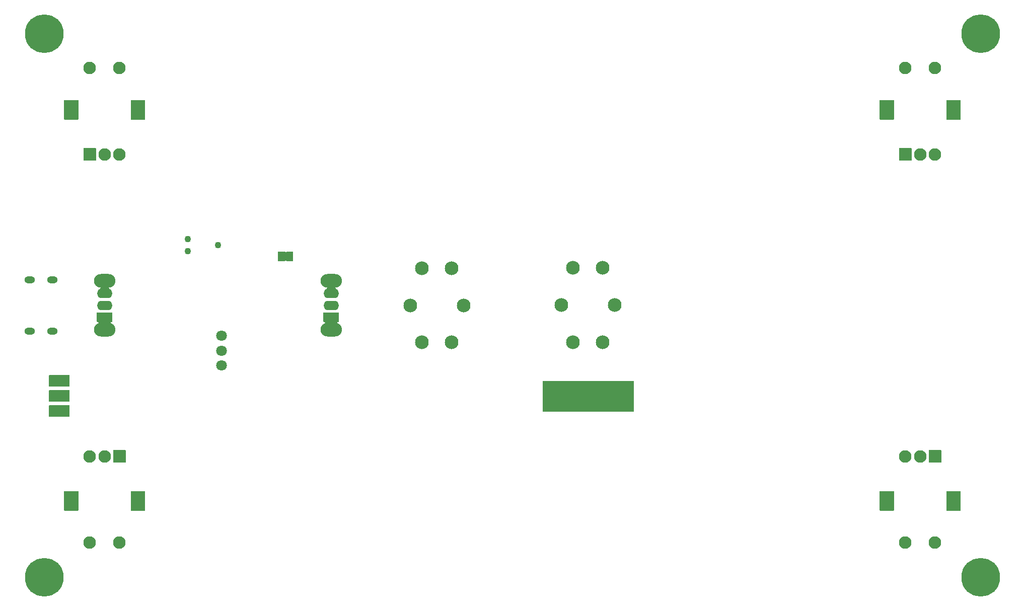
<source format=gbr>
G04 #@! TF.GenerationSoftware,KiCad,Pcbnew,(5.1.8)-1*
G04 #@! TF.CreationDate,2021-11-24T22:08:47-05:00*
G04 #@! TF.ProjectId,mtg_life_counter,6d74675f-6c69-4666-955f-636f756e7465,2.0*
G04 #@! TF.SameCoordinates,Original*
G04 #@! TF.FileFunction,Soldermask,Bot*
G04 #@! TF.FilePolarity,Negative*
%FSLAX46Y46*%
G04 Gerber Fmt 4.6, Leading zero omitted, Abs format (unit mm)*
G04 Created by KiCad (PCBNEW (5.1.8)-1) date 2021-11-24 22:08:47*
%MOMM*%
%LPD*%
G01*
G04 APERTURE LIST*
%ADD10C,0.100000*%
%ADD11C,2.102000*%
%ADD12O,1.802000X1.202000*%
%ADD13C,2.302000*%
%ADD14C,1.802000*%
%ADD15C,0.902000*%
%ADD16C,6.502000*%
%ADD17C,1.092600*%
%ADD18O,3.602000X2.302000*%
%ADD19O,2.602000X1.602000*%
G04 APERTURE END LIST*
D10*
G36*
X154940000Y-119380000D02*
G01*
X139700000Y-119380000D01*
X139700000Y-114300000D01*
X154940000Y-114300000D01*
X154940000Y-119380000D01*
G37*
X154940000Y-119380000D02*
X139700000Y-119380000D01*
X139700000Y-114300000D01*
X154940000Y-114300000D01*
X154940000Y-119380000D01*
G36*
X154940000Y-119380000D02*
G01*
X139700000Y-119380000D01*
X139700000Y-114300000D01*
X154940000Y-114300000D01*
X154940000Y-119380000D01*
G37*
X154940000Y-119380000D02*
X139700000Y-119380000D01*
X139700000Y-114300000D01*
X154940000Y-114300000D01*
X154940000Y-119380000D01*
D11*
X68540000Y-61700000D03*
X63540000Y-61700000D03*
G36*
G01*
X72790000Y-70351000D02*
X70490000Y-70351000D01*
G75*
G02*
X70439000Y-70300000I0J51000D01*
G01*
X70439000Y-67100000D01*
G75*
G02*
X70490000Y-67049000I51000J0D01*
G01*
X72790000Y-67049000D01*
G75*
G02*
X72841000Y-67100000I0J-51000D01*
G01*
X72841000Y-70300000D01*
G75*
G02*
X72790000Y-70351000I-51000J0D01*
G01*
G37*
G36*
G01*
X61590000Y-70351000D02*
X59290000Y-70351000D01*
G75*
G02*
X59239000Y-70300000I0J51000D01*
G01*
X59239000Y-67100000D01*
G75*
G02*
X59290000Y-67049000I51000J0D01*
G01*
X61590000Y-67049000D01*
G75*
G02*
X61641000Y-67100000I0J-51000D01*
G01*
X61641000Y-70300000D01*
G75*
G02*
X61590000Y-70351000I-51000J0D01*
G01*
G37*
X68540000Y-76200000D03*
X66040000Y-76200000D03*
G36*
G01*
X64540000Y-77251000D02*
X62540000Y-77251000D01*
G75*
G02*
X62489000Y-77200000I0J51000D01*
G01*
X62489000Y-75200000D01*
G75*
G02*
X62540000Y-75149000I51000J0D01*
G01*
X64540000Y-75149000D01*
G75*
G02*
X64591000Y-75200000I0J-51000D01*
G01*
X64591000Y-77200000D01*
G75*
G02*
X64540000Y-77251000I-51000J0D01*
G01*
G37*
X63540000Y-141500000D03*
X68540000Y-141500000D03*
G36*
G01*
X59290000Y-132849000D02*
X61590000Y-132849000D01*
G75*
G02*
X61641000Y-132900000I0J-51000D01*
G01*
X61641000Y-136100000D01*
G75*
G02*
X61590000Y-136151000I-51000J0D01*
G01*
X59290000Y-136151000D01*
G75*
G02*
X59239000Y-136100000I0J51000D01*
G01*
X59239000Y-132900000D01*
G75*
G02*
X59290000Y-132849000I51000J0D01*
G01*
G37*
G36*
G01*
X70490000Y-132849000D02*
X72790000Y-132849000D01*
G75*
G02*
X72841000Y-132900000I0J-51000D01*
G01*
X72841000Y-136100000D01*
G75*
G02*
X72790000Y-136151000I-51000J0D01*
G01*
X70490000Y-136151000D01*
G75*
G02*
X70439000Y-136100000I0J51000D01*
G01*
X70439000Y-132900000D01*
G75*
G02*
X70490000Y-132849000I51000J0D01*
G01*
G37*
X63540000Y-127000000D03*
X66040000Y-127000000D03*
G36*
G01*
X67540000Y-125949000D02*
X69540000Y-125949000D01*
G75*
G02*
X69591000Y-126000000I0J-51000D01*
G01*
X69591000Y-128000000D01*
G75*
G02*
X69540000Y-128051000I-51000J0D01*
G01*
X67540000Y-128051000D01*
G75*
G02*
X67489000Y-128000000I0J51000D01*
G01*
X67489000Y-126000000D01*
G75*
G02*
X67540000Y-125949000I51000J0D01*
G01*
G37*
X200700000Y-141500000D03*
X205700000Y-141500000D03*
G36*
G01*
X196450000Y-132849000D02*
X198750000Y-132849000D01*
G75*
G02*
X198801000Y-132900000I0J-51000D01*
G01*
X198801000Y-136100000D01*
G75*
G02*
X198750000Y-136151000I-51000J0D01*
G01*
X196450000Y-136151000D01*
G75*
G02*
X196399000Y-136100000I0J51000D01*
G01*
X196399000Y-132900000D01*
G75*
G02*
X196450000Y-132849000I51000J0D01*
G01*
G37*
G36*
G01*
X207650000Y-132849000D02*
X209950000Y-132849000D01*
G75*
G02*
X210001000Y-132900000I0J-51000D01*
G01*
X210001000Y-136100000D01*
G75*
G02*
X209950000Y-136151000I-51000J0D01*
G01*
X207650000Y-136151000D01*
G75*
G02*
X207599000Y-136100000I0J51000D01*
G01*
X207599000Y-132900000D01*
G75*
G02*
X207650000Y-132849000I51000J0D01*
G01*
G37*
X200700000Y-127000000D03*
X203200000Y-127000000D03*
G36*
G01*
X204700000Y-125949000D02*
X206700000Y-125949000D01*
G75*
G02*
X206751000Y-126000000I0J-51000D01*
G01*
X206751000Y-128000000D01*
G75*
G02*
X206700000Y-128051000I-51000J0D01*
G01*
X204700000Y-128051000D01*
G75*
G02*
X204649000Y-128000000I0J51000D01*
G01*
X204649000Y-126000000D01*
G75*
G02*
X204700000Y-125949000I51000J0D01*
G01*
G37*
X205700000Y-61700000D03*
X200700000Y-61700000D03*
G36*
G01*
X209950000Y-70351000D02*
X207650000Y-70351000D01*
G75*
G02*
X207599000Y-70300000I0J51000D01*
G01*
X207599000Y-67100000D01*
G75*
G02*
X207650000Y-67049000I51000J0D01*
G01*
X209950000Y-67049000D01*
G75*
G02*
X210001000Y-67100000I0J-51000D01*
G01*
X210001000Y-70300000D01*
G75*
G02*
X209950000Y-70351000I-51000J0D01*
G01*
G37*
G36*
G01*
X198750000Y-70351000D02*
X196450000Y-70351000D01*
G75*
G02*
X196399000Y-70300000I0J51000D01*
G01*
X196399000Y-67100000D01*
G75*
G02*
X196450000Y-67049000I51000J0D01*
G01*
X198750000Y-67049000D01*
G75*
G02*
X198801000Y-67100000I0J-51000D01*
G01*
X198801000Y-70300000D01*
G75*
G02*
X198750000Y-70351000I-51000J0D01*
G01*
G37*
X205700000Y-76200000D03*
X203200000Y-76200000D03*
G36*
G01*
X201700000Y-77251000D02*
X199700000Y-77251000D01*
G75*
G02*
X199649000Y-77200000I0J51000D01*
G01*
X199649000Y-75200000D01*
G75*
G02*
X199700000Y-75149000I51000J0D01*
G01*
X201700000Y-75149000D01*
G75*
G02*
X201751000Y-75200000I0J-51000D01*
G01*
X201751000Y-77200000D01*
G75*
G02*
X201700000Y-77251000I-51000J0D01*
G01*
G37*
G36*
G01*
X56669000Y-120280000D02*
X56669000Y-118480000D01*
G75*
G02*
X56720000Y-118429000I51000J0D01*
G01*
X60120000Y-118429000D01*
G75*
G02*
X60171000Y-118480000I0J-51000D01*
G01*
X60171000Y-120280000D01*
G75*
G02*
X60120000Y-120331000I-51000J0D01*
G01*
X56720000Y-120331000D01*
G75*
G02*
X56669000Y-120280000I0J51000D01*
G01*
G37*
G36*
G01*
X56669000Y-115200000D02*
X56669000Y-113400000D01*
G75*
G02*
X56720000Y-113349000I51000J0D01*
G01*
X60120000Y-113349000D01*
G75*
G02*
X60171000Y-113400000I0J-51000D01*
G01*
X60171000Y-115200000D01*
G75*
G02*
X60120000Y-115251000I-51000J0D01*
G01*
X56720000Y-115251000D01*
G75*
G02*
X56669000Y-115200000I0J51000D01*
G01*
G37*
G36*
G01*
X56669000Y-117740000D02*
X56669000Y-115940000D01*
G75*
G02*
X56720000Y-115889000I51000J0D01*
G01*
X60120000Y-115889000D01*
G75*
G02*
X60171000Y-115940000I0J-51000D01*
G01*
X60171000Y-117740000D01*
G75*
G02*
X60120000Y-117791000I-51000J0D01*
G01*
X56720000Y-117791000D01*
G75*
G02*
X56669000Y-117740000I0J51000D01*
G01*
G37*
D12*
X57250000Y-97280000D03*
X57250000Y-105920000D03*
X53450000Y-97280000D03*
X53450000Y-105920000D03*
D10*
G36*
X96645050Y-94145020D02*
G01*
X96635483Y-94142118D01*
X96626666Y-94137405D01*
X96618938Y-94131062D01*
X96612565Y-94123290D01*
X96112565Y-93373290D01*
X96107862Y-93364468D01*
X96104970Y-93354897D01*
X96104000Y-93344947D01*
X96104990Y-93334998D01*
X96107903Y-93325434D01*
X96112565Y-93316710D01*
X96612565Y-92566710D01*
X96618900Y-92558975D01*
X96626622Y-92552625D01*
X96635434Y-92547903D01*
X96644998Y-92544990D01*
X96655000Y-92544000D01*
X97655000Y-92544000D01*
X97664950Y-92544980D01*
X97674517Y-92547882D01*
X97683334Y-92552595D01*
X97691062Y-92558938D01*
X97697405Y-92566666D01*
X97702118Y-92575483D01*
X97705020Y-92585050D01*
X97706000Y-92595000D01*
X97706000Y-94095000D01*
X97705020Y-94104950D01*
X97702118Y-94114517D01*
X97697405Y-94123334D01*
X97691062Y-94131062D01*
X97683334Y-94137405D01*
X97674517Y-94142118D01*
X97664950Y-94145020D01*
X97655000Y-94146000D01*
X96655000Y-94146000D01*
X96645050Y-94145020D01*
G37*
G36*
X95195050Y-94145020D02*
G01*
X95185483Y-94142118D01*
X95176666Y-94137405D01*
X95168938Y-94131062D01*
X95162595Y-94123334D01*
X95157882Y-94114517D01*
X95154980Y-94104950D01*
X95154000Y-94095000D01*
X95154000Y-92595000D01*
X95154980Y-92585050D01*
X95157882Y-92575483D01*
X95162595Y-92566666D01*
X95168938Y-92558938D01*
X95176666Y-92552595D01*
X95185483Y-92547882D01*
X95195050Y-92544980D01*
X95205000Y-92544000D01*
X96355000Y-92544000D01*
X96364950Y-92544980D01*
X96374517Y-92547882D01*
X96383334Y-92552595D01*
X96391062Y-92558938D01*
X96397405Y-92566666D01*
X96402118Y-92575483D01*
X96405020Y-92585050D01*
X96406000Y-92595000D01*
X96405020Y-92604950D01*
X96402118Y-92614517D01*
X96397435Y-92623290D01*
X95916295Y-93345000D01*
X96397435Y-94066710D01*
X96402138Y-94075532D01*
X96405030Y-94085103D01*
X96406000Y-94095053D01*
X96405010Y-94105002D01*
X96402097Y-94114566D01*
X96397375Y-94123378D01*
X96391025Y-94131100D01*
X96383290Y-94137435D01*
X96374468Y-94142138D01*
X96364897Y-94145030D01*
X96355000Y-94146000D01*
X95205000Y-94146000D01*
X95195050Y-94145020D01*
G37*
D13*
X117420000Y-101600000D03*
X126420000Y-101600000D03*
X124420000Y-107850000D03*
X124420000Y-95350000D03*
X119420000Y-95350000D03*
X119420000Y-107850000D03*
D14*
X85725000Y-106720000D03*
X85725000Y-109220000D03*
X85725000Y-111720000D03*
D15*
X57577056Y-54182944D03*
X55880000Y-53480000D03*
X54182944Y-54182944D03*
X53480000Y-55880000D03*
X54182944Y-57577056D03*
X55880000Y-58280000D03*
X57577056Y-57577056D03*
X58280000Y-55880000D03*
D16*
X55880000Y-55880000D03*
D17*
X85090000Y-91440000D03*
X80010000Y-90424000D03*
X80010000Y-92456000D03*
D13*
X142820000Y-101560000D03*
X151820000Y-101560000D03*
X149820000Y-107810000D03*
X149820000Y-95310000D03*
X144820000Y-95310000D03*
X144820000Y-107810000D03*
D15*
X57577056Y-145622944D03*
X55880000Y-144920000D03*
X54182944Y-145622944D03*
X53480000Y-147320000D03*
X54182944Y-149017056D03*
X55880000Y-149720000D03*
X57577056Y-149017056D03*
X58280000Y-147320000D03*
D16*
X55880000Y-147320000D03*
D15*
X215057056Y-145622944D03*
X213360000Y-144920000D03*
X211662944Y-145622944D03*
X210960000Y-147320000D03*
X211662944Y-149017056D03*
X213360000Y-149720000D03*
X215057056Y-149017056D03*
X215760000Y-147320000D03*
D16*
X213360000Y-147320000D03*
D15*
X215057056Y-54182944D03*
X213360000Y-53480000D03*
X211662944Y-54182944D03*
X210960000Y-55880000D03*
X211662944Y-57577056D03*
X213360000Y-58280000D03*
X215057056Y-57577056D03*
X215760000Y-55880000D03*
D16*
X213360000Y-55880000D03*
D18*
X104140000Y-97500000D03*
X104140000Y-105700000D03*
D19*
X104140000Y-99600000D03*
X104140000Y-101600000D03*
G36*
G01*
X105390000Y-104401000D02*
X102890000Y-104401000D01*
G75*
G02*
X102839000Y-104350000I0J51000D01*
G01*
X102839000Y-102850000D01*
G75*
G02*
X102890000Y-102799000I51000J0D01*
G01*
X105390000Y-102799000D01*
G75*
G02*
X105441000Y-102850000I0J-51000D01*
G01*
X105441000Y-104350000D01*
G75*
G02*
X105390000Y-104401000I-51000J0D01*
G01*
G37*
D18*
X66040000Y-97500000D03*
X66040000Y-105700000D03*
D19*
X66040000Y-99600000D03*
X66040000Y-101600000D03*
G36*
G01*
X67290000Y-104401000D02*
X64790000Y-104401000D01*
G75*
G02*
X64739000Y-104350000I0J51000D01*
G01*
X64739000Y-102850000D01*
G75*
G02*
X64790000Y-102799000I51000J0D01*
G01*
X67290000Y-102799000D01*
G75*
G02*
X67341000Y-102850000I0J-51000D01*
G01*
X67341000Y-104350000D01*
G75*
G02*
X67290000Y-104401000I-51000J0D01*
G01*
G37*
D10*
G36*
X105289143Y-104400000D02*
G01*
X105289143Y-104402000D01*
X105287607Y-104402990D01*
X105263420Y-104405372D01*
X105240345Y-104412372D01*
X105219081Y-104423737D01*
X105200444Y-104439032D01*
X105185149Y-104457669D01*
X105173784Y-104478933D01*
X105166784Y-104502008D01*
X105164421Y-104525999D01*
X105166784Y-104549990D01*
X105173784Y-104573065D01*
X105185149Y-104594329D01*
X105200414Y-104612930D01*
X105229166Y-104634253D01*
X105229962Y-104636088D01*
X105228771Y-104637694D01*
X105227394Y-104637773D01*
X105014154Y-104573086D01*
X104789906Y-104551000D01*
X103490094Y-104551000D01*
X103265846Y-104573086D01*
X103052709Y-104637741D01*
X103050761Y-104637287D01*
X103050180Y-104635373D01*
X103051017Y-104634164D01*
X103070614Y-104621071D01*
X103087661Y-104604024D01*
X103101055Y-104583976D01*
X103110282Y-104561702D01*
X103114986Y-104538052D01*
X103114986Y-104513946D01*
X103110282Y-104490296D01*
X103101055Y-104468022D01*
X103087661Y-104447974D01*
X103070614Y-104430927D01*
X103050566Y-104417533D01*
X103028335Y-104408323D01*
X102992296Y-104402978D01*
X102990729Y-104401735D01*
X102991022Y-104399757D01*
X102992589Y-104399000D01*
X105287411Y-104399000D01*
X105289143Y-104400000D01*
G37*
G36*
X67189143Y-104400000D02*
G01*
X67189143Y-104402000D01*
X67187607Y-104402990D01*
X67163420Y-104405372D01*
X67140345Y-104412372D01*
X67119081Y-104423737D01*
X67100444Y-104439032D01*
X67085149Y-104457669D01*
X67073784Y-104478933D01*
X67066784Y-104502008D01*
X67064421Y-104525999D01*
X67066784Y-104549990D01*
X67073784Y-104573065D01*
X67085149Y-104594329D01*
X67100414Y-104612930D01*
X67129166Y-104634253D01*
X67129962Y-104636088D01*
X67128771Y-104637694D01*
X67127394Y-104637773D01*
X66914154Y-104573086D01*
X66689906Y-104551000D01*
X65390094Y-104551000D01*
X65165846Y-104573086D01*
X64952709Y-104637741D01*
X64950761Y-104637287D01*
X64950180Y-104635373D01*
X64951017Y-104634164D01*
X64970614Y-104621071D01*
X64987661Y-104604024D01*
X65001055Y-104583976D01*
X65010282Y-104561702D01*
X65014986Y-104538052D01*
X65014986Y-104513946D01*
X65010282Y-104490296D01*
X65001055Y-104468022D01*
X64987661Y-104447974D01*
X64970614Y-104430927D01*
X64950566Y-104417533D01*
X64928335Y-104408323D01*
X64892296Y-104402978D01*
X64890729Y-104401735D01*
X64891022Y-104399757D01*
X64892589Y-104399000D01*
X67187411Y-104399000D01*
X67189143Y-104400000D01*
G37*
G36*
X66895698Y-98629736D02*
G01*
X66895894Y-98631726D01*
X66894462Y-98632863D01*
X66876642Y-98636408D01*
X66854368Y-98645634D01*
X66834321Y-98659029D01*
X66817274Y-98676076D01*
X66803879Y-98696124D01*
X66794653Y-98718398D01*
X66789949Y-98742048D01*
X66789949Y-98766154D01*
X66794654Y-98789804D01*
X66803880Y-98812078D01*
X66817275Y-98832125D01*
X66834322Y-98849172D01*
X66849425Y-98859263D01*
X66850310Y-98861057D01*
X66849199Y-98862720D01*
X66847371Y-98862690D01*
X66845760Y-98861829D01*
X66695872Y-98816361D01*
X66539906Y-98801000D01*
X65540094Y-98801000D01*
X65384128Y-98816361D01*
X65234240Y-98861829D01*
X65232628Y-98862691D01*
X65230629Y-98862626D01*
X65229686Y-98860862D01*
X65230574Y-98859264D01*
X65245679Y-98849171D01*
X65262726Y-98832124D01*
X65276120Y-98812077D01*
X65285347Y-98789803D01*
X65290051Y-98766153D01*
X65290051Y-98742047D01*
X65285347Y-98718397D01*
X65276120Y-98696123D01*
X65262725Y-98676075D01*
X65245678Y-98659028D01*
X65225631Y-98645634D01*
X65203357Y-98636407D01*
X65185540Y-98632863D01*
X65184036Y-98631544D01*
X65184426Y-98629582D01*
X65186126Y-98628911D01*
X65390094Y-98649000D01*
X66689906Y-98649000D01*
X66893876Y-98628911D01*
X66895698Y-98629736D01*
G37*
G36*
X104995698Y-98629736D02*
G01*
X104995894Y-98631726D01*
X104994462Y-98632863D01*
X104976642Y-98636408D01*
X104954368Y-98645634D01*
X104934321Y-98659029D01*
X104917274Y-98676076D01*
X104903879Y-98696124D01*
X104894653Y-98718398D01*
X104889949Y-98742048D01*
X104889949Y-98766154D01*
X104894654Y-98789804D01*
X104903880Y-98812078D01*
X104917275Y-98832125D01*
X104934322Y-98849172D01*
X104949425Y-98859263D01*
X104950310Y-98861057D01*
X104949199Y-98862720D01*
X104947371Y-98862690D01*
X104945760Y-98861829D01*
X104795872Y-98816361D01*
X104639906Y-98801000D01*
X103640094Y-98801000D01*
X103484128Y-98816361D01*
X103334240Y-98861829D01*
X103332628Y-98862691D01*
X103330629Y-98862626D01*
X103329686Y-98860862D01*
X103330574Y-98859264D01*
X103345679Y-98849171D01*
X103362726Y-98832124D01*
X103376120Y-98812077D01*
X103385347Y-98789803D01*
X103390051Y-98766153D01*
X103390051Y-98742047D01*
X103385347Y-98718397D01*
X103376120Y-98696123D01*
X103362725Y-98676075D01*
X103345678Y-98659028D01*
X103325631Y-98645634D01*
X103303357Y-98636407D01*
X103285540Y-98632863D01*
X103284036Y-98631544D01*
X103284426Y-98629582D01*
X103286126Y-98628911D01*
X103490094Y-98649000D01*
X104789906Y-98649000D01*
X104993876Y-98628911D01*
X104995698Y-98629736D01*
G37*
G36*
X96400406Y-92568120D02*
G01*
X96401875Y-92569909D01*
X96401992Y-92570067D01*
X96409526Y-92581343D01*
X96426574Y-92598389D01*
X96446621Y-92611784D01*
X96468895Y-92621010D01*
X96492545Y-92625714D01*
X96516651Y-92625714D01*
X96540302Y-92621009D01*
X96562575Y-92611783D01*
X96582623Y-92598388D01*
X96599702Y-92581307D01*
X96606993Y-92571467D01*
X96608828Y-92570671D01*
X96610435Y-92571862D01*
X96610264Y-92573767D01*
X96114286Y-93317734D01*
X96109759Y-93326206D01*
X96106960Y-93335392D01*
X96106010Y-93344946D01*
X96106942Y-93354507D01*
X96109720Y-93363702D01*
X96114286Y-93372267D01*
X96610259Y-94116226D01*
X96610388Y-94118221D01*
X96608724Y-94119331D01*
X96607048Y-94118602D01*
X96591649Y-94099798D01*
X96573027Y-94084483D01*
X96551773Y-94073093D01*
X96528710Y-94066070D01*
X96504722Y-94063683D01*
X96480718Y-94066021D01*
X96457646Y-94072994D01*
X96436365Y-94084341D01*
X96417753Y-94099582D01*
X96406421Y-94114829D01*
X96406104Y-94114966D01*
X96400377Y-94121929D01*
X96398504Y-94122632D01*
X96396959Y-94121362D01*
X96397069Y-94119714D01*
X96400242Y-94113793D01*
X96403040Y-94104608D01*
X96403990Y-94095053D01*
X96403058Y-94085493D01*
X96400280Y-94076298D01*
X96395714Y-94067733D01*
X95914631Y-93346109D01*
X95914631Y-93343891D01*
X96395717Y-92622263D01*
X96400260Y-92613751D01*
X96403050Y-92604555D01*
X96403991Y-92595000D01*
X96403050Y-92585445D01*
X96400261Y-92576252D01*
X96397096Y-92570332D01*
X96397162Y-92568333D01*
X96398925Y-92567390D01*
X96400406Y-92568120D01*
G37*
M02*

</source>
